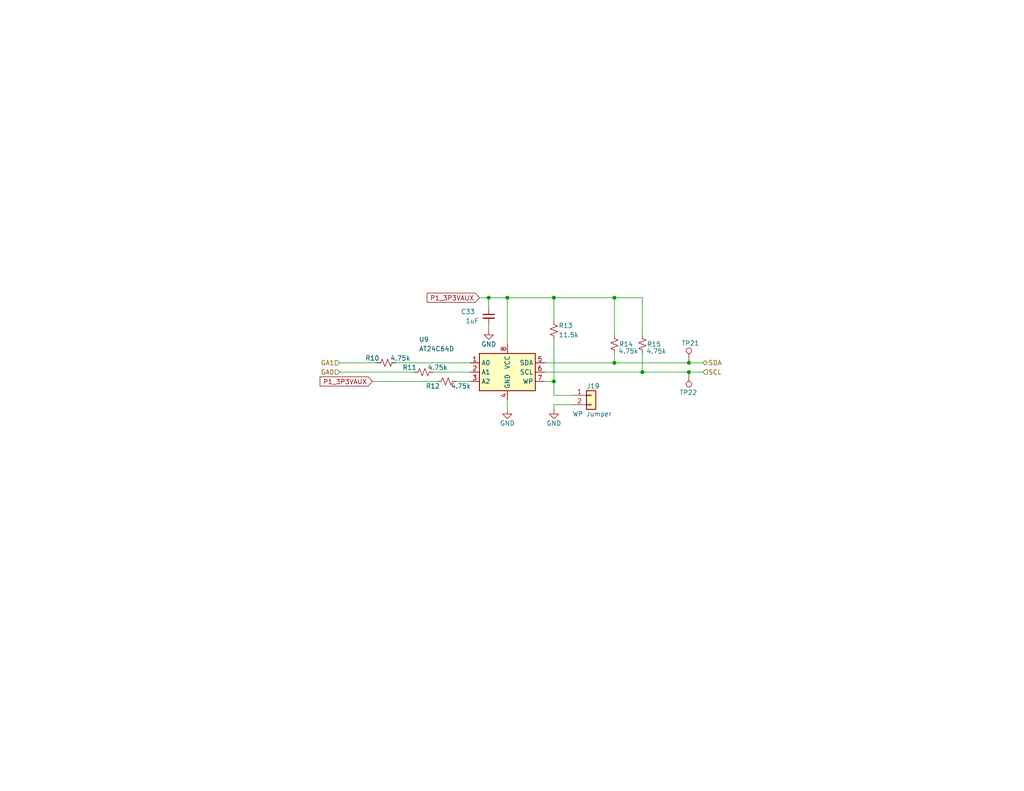
<source format=kicad_sch>
(kicad_sch (version 20250114) (generator "eeschema") (generator_version "9.0")
  (paper "USLetter")
  (title_block (title "RF Input FMC Board") (date "2025-10-16") (rev "0.2") (company "SPDX-FileCopyrightText: 2025 Osprey DCS") (comment 1 "SPDX-License-Identifier: CERN-OHL-S-2.0+"))
  (lib_symbols
    (symbol "Connector:TestPoint" (pin_numbers (hide yes)) (pin_names (offset 0.762) (hide yes))
      (property "Reference" "TP" (at 0 6.858 0))
      (property "Value" "TestPoint" (at 0 5.08 0))
      (symbol "TestPoint_0_1"
        (circle (center 0 3.302) (radius 0.762))
      )
      (symbol "TestPoint_1_1"
        (pin passive line (at 0 0 90) (length 2.54) (name "1") (number "1"))
      )
    )
    (symbol "Connector_Generic:Conn_01x02" (pin_names (offset 1.016) (hide yes))
      (property "Reference" "J" (at 0 2.54 0))
      (property "Value" "Conn_01x02" (at 0 -5.08 0))
      (symbol "Conn_01x02_1_1"
        (rectangle (start -1.27 1.27) (end 1.27 -3.81) (stroke (width 0.254)) (fill (type background)))
        (rectangle (start -1.27 0.127) (end 0 -0.127) (stroke (width 0.1524)))
        (rectangle (start -1.27 -2.413) (end 0 -2.667) (stroke (width 0.1524)))
        (pin passive line (at -5.08 0 0) (length 3.81) (name "Pin_1") (number "1"))
        (pin passive line (at -5.08 -2.54 0) (length 3.81) (name "Pin_2") (number "2"))
      )
    )
    (symbol "Device:C_Small" (pin_numbers (hide yes)) (pin_names (offset 0.254) (hide yes))
      (property "Reference" "C" (at 0.254 1.778 0))
      (property "Value" "C_Small" (at 0.254 -2.032 0))
      (symbol "C_Small_0_1"
        (polyline (pts (xy -1.524 0.508) (xy 1.524 0.508)) (stroke (width 0.3048)))
        (polyline (pts (xy -1.524 -0.508) (xy 1.524 -0.508)) (stroke (width 0.3302)))
      )
      (symbol "C_Small_1_1"
        (pin passive line (at 0 2.54 270) (length 2.032) (name "~") (number "1"))
        (pin passive line (at 0 -2.54 90) (length 2.032) (name "~") (number "2"))
      )
    )
    (symbol "Device:R_Small_US" (pin_numbers (hide yes)) (pin_names (offset 0.254) (hide yes))
      (property "Reference" "R" (at 0.762 0.508 0))
      (property "Value" "R_Small_US" (at 0.762 -1.016 0))
      (symbol "R_Small_US_1_1"
        (polyline (pts (xy 0 1.524) (xy 1.016 1.143) (xy 0 0.762) (xy -1.016 0.381) (xy 0 0)))
        (polyline (pts (xy 0 0) (xy 1.016 -0.381) (xy 0 -0.762) (xy -1.016 -1.143) (xy 0 -1.524)))
        (pin passive line (at 0 2.54 270) (length 1.016) (name "~") (number "1"))
        (pin passive line (at 0 -2.54 90) (length 1.016) (name "~") (number "2"))
      )
    )
    (symbol "Memory_EEPROM:AT24CS01-SSHM"
      (property "Reference" "U" (at -7.62 6.35 0))
      (property "Value" "AT24CS01-SSHM" (at 2.54 -6.35 0))
      (symbol "AT24CS01-SSHM_1_1"
        (rectangle (start -7.62 5.08) (end 7.62 -5.08) (stroke (width 0.254)) (fill (type background)))
        (pin input line (at -10.16 2.54 0) (length 2.54) (name "A0") (number "1"))
        (pin input line (at -10.16 0 0) (length 2.54) (name "A1") (number "2"))
        (pin input line (at -10.16 -2.54 0) (length 2.54) (name "A2") (number "3"))
        (pin power_in line (at 0 7.62 270) (length 2.54) (name "VCC") (number "8"))
        (pin power_in line (at 0 -7.62 90) (length 2.54) (name "GND") (number "4"))
        (pin bidirectional line (at 10.16 2.54 180) (length 2.54) (name "SDA") (number "5"))
        (pin input line (at 10.16 0 180) (length 2.54) (name "SCL") (number "6"))
        (pin input line (at 10.16 -2.54 180) (length 2.54) (name "WP") (number "7"))
      )
    )
    (symbol "power:GND" (power) (pin_numbers (hide yes)) (pin_names (offset 0) (hide yes))
      (property "Value" "GND" (at 0 -3.81 0))
      (symbol "GND_0_1"
        (polyline (pts (xy 0 0) (xy 0 -1.27) (xy 1.27 -1.27) (xy 0 -2.54) (xy -1.27 -1.27) (xy 0 -1.27)))
      )
      (symbol "GND_1_1"
        (pin power_in line (at 0 0 270) (length 0) (name "~") (number "1"))
      )
    )
  )
  (junction (at 187.96 99.06))
  (junction (at 167.64 99.06))
  (junction (at 187.96 101.6))
  (junction (at 138.43 81.28))
  (junction (at 151.13 81.28))
  (junction (at 167.64 81.28))
  (junction (at 151.13 104.14))
  (junction (at 133.35 81.28))
  (junction (at 175.26 101.6))
  (wire (pts (xy 107.95 99.06) (xy 128.27 99.06)))
  (wire (pts (xy 124.46 104.14) (xy 128.27 104.14)))
  (wire (pts (xy 138.43 81.28) (xy 151.13 81.28)))
  (wire (pts (xy 118.11 101.6) (xy 128.27 101.6)))
  (wire (pts (xy 138.43 109.22) (xy 138.43 111.76)))
  (wire (pts (xy 175.26 101.6) (xy 187.96 101.6)))
  (wire (pts (xy 187.96 99.06) (xy 191.77 99.06)))
  (wire (pts (xy 151.13 104.14) (xy 151.13 107.95)))
  (wire (pts (xy 148.59 101.6) (xy 175.26 101.6)))
  (wire (pts (xy 151.13 81.28) (xy 167.64 81.28)))
  (wire (pts (xy 151.13 81.28) (xy 151.13 87.63)))
  (wire (pts (xy 148.59 99.06) (xy 167.64 99.06)))
  (wire (pts (xy 167.64 96.52) (xy 167.64 99.06)))
  (wire (pts (xy 167.64 91.44) (xy 167.64 81.28)))
  (wire (pts (xy 151.13 92.71) (xy 151.13 104.14)))
  (wire (pts (xy 133.35 90.17) (xy 133.35 88.9)))
  (wire (pts (xy 101.6 104.14) (xy 119.38 104.14)))
  (wire (pts (xy 133.35 81.28) (xy 133.35 83.82)))
  (wire (pts (xy 130.81 81.28) (xy 133.35 81.28)))
  (wire (pts (xy 156.21 110.49) (xy 151.13 110.49)))
  (wire (pts (xy 148.59 104.14) (xy 151.13 104.14)))
  (wire (pts (xy 138.43 93.98) (xy 138.43 81.28)))
  (wire (pts (xy 175.26 81.28) (xy 167.64 81.28)))
  (wire (pts (xy 175.26 91.44) (xy 175.26 81.28)))
  (wire (pts (xy 167.64 99.06) (xy 187.96 99.06)))
  (wire (pts (xy 187.96 101.6) (xy 191.77 101.6)))
  (wire (pts (xy 133.35 81.28) (xy 138.43 81.28)))
  (wire (pts (xy 151.13 111.76) (xy 151.13 110.49)))
  (wire (pts (xy 92.71 101.6) (xy 113.03 101.6)))
  (wire (pts (xy 92.71 99.06) (xy 102.87 99.06)))
  (wire (pts (xy 151.13 107.95) (xy 156.21 107.95)))
  (wire (pts (xy 175.26 96.52) (xy 175.26 101.6)))
  (global_label "P1_3P3VAUX" (shape input) (at 130.81 81.28 180) (property "Intersheetrefs" "${INTERSHEET_REFS}" (at 116.0509 81.28 0) (effects (justify right))))
  (global_label "P1_3P3VAUX" (shape input) (at 101.6 104.14 180) (property "Intersheetrefs" "${INTERSHEET_REFS}" (at 86.7615 104.14 0) (effects (justify right))))
  (hierarchical_label "SDA" (shape bidirectional) (at 191.77 99.06 0))
  (hierarchical_label "GA0" (shape input) (at 92.71 101.6 180))
  (hierarchical_label "SCL" (shape input) (at 191.77 101.6 0))
  (hierarchical_label "GA1" (shape input) (at 92.71 99.06 180))
  (symbol (lib_id "Connector:TestPoint") (at 187.96 99.06 0) (unit 1) (in_bom no)
    (property "Reference" "TP21" (at 185.928 93.726 0) (effects (justify left)))
    (property "Value" "TestPoint" (effects (hide yes)))
    (property "Footprint" "TestPoint:TestPoint_Pad_D1.0mm" (effects (hide yes)))
    (property "Description" "test point" (effects (hide yes)))
  )
  (symbol (lib_id "Connector:TestPoint") (at 187.96 101.6 180) (unit 1) (in_bom no)
    (property "Reference" "TP22" (at 190.246 107.188 0) (effects (justify left)))
    (property "Value" "TestPoint" (effects (hide yes)))
    (property "Footprint" "TestPoint:TestPoint_Pad_D1.0mm" (effects (hide yes)))
    (property "Description" "test point" (effects (hide yes)))
  )
  (symbol (lib_id "Device:R_Small_US") (at 105.41 99.06 90) (unit 1)
    (property "Reference" "R10" (at 101.6 97.79 90))
    (property "Value" "4.75k" (at 109.22 97.79 90))
    (property "Footprint" "Resistor_SMD:R_0603_1608Metric" (effects (hide yes)))
    (property "Description" "RES 4.75K OHM 1% 1/10W 0603" (effects (hide yes)))
    (property "MPN" "RC0603FR-134K75L" (effects (hide yes)))
    (property "Manufacturer" "Yageo " (effects (hide yes)))
    (property "Supplier" "Digikey" (effects (hide yes)))
    (property "Supplier Part Number" "311-4.42KHRCT-ND" (effects (hide yes)))
  )
  (symbol (lib_id "Device:R_Small_US") (at 151.13 90.17 0) (unit 1)
    (property "Reference" "R13" (at 152.4 88.9 0) (effects (justify left)))
    (property "Value" "11.5k" (at 152.4 91.44 0) (effects (justify left)))
    (property "Footprint" "Resistor_SMD:R_0603_1608Metric" (effects (hide yes)))
    (property "Description" "RES 11.5K OHM 1% 1/10W 0603" (effects (hide yes)))
    (property "MPN" "RC0603FR-0711K5L" (effects (hide yes)))
    (property "Manufacturer" "Yageo " (effects (hide yes)))
    (property "Supplier" "Digikey" (effects (hide yes)))
    (property "Supplier Part Number" "311-11.5KHRCT-ND" (effects (hide yes)))
  )
  (symbol (lib_id "power:GND") (at 151.13 111.76 0) (unit 1)
    (property "Reference" "#PWR037" (effects (hide yes)))
    (property "Value" "GND" (at 151.13 115.57 0))
    (property "Description" "Power symbol creates a global label with name \"GND\" , ground" (effects (hide yes)))
  )
  (symbol (lib_id "Memory_EEPROM:AT24CS01-SSHM") (at 138.43 101.6 0) (unit 1)
    (property "Reference" "U9" (at 114.3 92.71 0) (effects (justify left)))
    (property "Value" "AT24C64D" (at 114.3 95.25 0) (effects (justify left)))
    (property "Footprint" "Package_SO:SOIC-8_3.9x4.9mm_P1.27mm" (effects (hide yes)))
    (property "Datasheet" "https://mm.digikey.com/Volume0/opasdata/d220001/medias/docus/6663/AT24C64D-UUM-T.pdf" (effects (hide yes)))
    (property "Description" "IC EEPROM 64KBIT I2C 1MHZ 8SOIC" (effects (hide yes)))
    (property "MPN" "AT24C64D-SSHM-T" (effects (hide yes)))
    (property "Manufacturer" "Microchip Technology" (effects (hide yes)))
    (property "Supplier" "Digikey" (effects (hide yes)))
    (property "Supplier Part Number" "AT24C64D-SSHM-TCT-ND" (effects (hide yes)))
  )
  (symbol (lib_id "Device:C_Small") (at 133.35 86.36 0) (unit 1)
    (property "Reference" "C33" (at 125.73 85.09 0) (effects (justify left)))
    (property "Value" "1uF" (at 127 87.63 0) (effects (justify left)))
    (property "Footprint" "Capacitor_SMD:C_0603_1608Metric" (effects (hide yes)))
    (property "Description" "CAP CER 1UF 25V X7R 0603" (effects (hide yes)))
    (property "MPN" "GCM188R71E105KA64D" (effects (hide yes)))
    (property "Manufacturer" "Murata Electronics" (effects (hide yes)))
    (property "Supplier" "Digikey" (effects (hide yes)))
    (property "Supplier Part Number" "490-10673-1-ND" (effects (hide yes)))
  )
  (symbol (lib_id "power:GND") (at 138.43 111.76 0) (unit 1)
    (property "Reference" "#PWR036" (effects (hide yes)))
    (property "Value" "GND" (at 138.43 115.57 0))
    (property "Description" "Power symbol creates a global label with name \"GND\" , ground" (effects (hide yes)))
  )
  (symbol (lib_id "Device:R_Small_US") (at 167.64 93.98 0) (unit 1)
    (property "Reference" "R14" (at 170.815 93.98 0))
    (property "Value" "4.75k" (at 171.45 95.885 0))
    (property "Footprint" "Resistor_SMD:R_0603_1608Metric" (effects (hide yes)))
    (property "Description" "RES 4.75K OHM 1% 1/10W 0603" (effects (hide yes)))
    (property "MPN" "RC0603FR-134K75L" (effects (hide yes)))
    (property "Manufacturer" "Yageo " (effects (hide yes)))
    (property "Supplier" "Digikey" (effects (hide yes)))
    (property "Supplier Part Number" "311-4.42KHRCT-ND" (effects (hide yes)))
  )
  (symbol (lib_id "Device:R_Small_US") (at 121.92 104.14 90) (unit 1)
    (property "Reference" "R12" (at 118.11 105.41 90))
    (property "Value" "4.75k" (at 125.73 105.41 90))
    (property "Footprint" "Resistor_SMD:R_0603_1608Metric" (effects (hide yes)))
    (property "Description" "RES 4.75K OHM 1% 1/10W 0603" (effects (hide yes)))
    (property "MPN" "RC0603FR-134K75L" (effects (hide yes)))
    (property "Manufacturer" "Yageo " (effects (hide yes)))
    (property "Supplier" "Digikey" (effects (hide yes)))
    (property "Supplier Part Number" "311-4.42KHRCT-ND" (effects (hide yes)))
  )
  (symbol (lib_id "Device:R_Small_US") (at 115.57 101.6 90) (unit 1)
    (property "Reference" "R11" (at 111.76 100.33 90))
    (property "Value" "4.75k" (at 119.38 100.33 90))
    (property "Footprint" "Resistor_SMD:R_0603_1608Metric" (effects (hide yes)))
    (property "Description" "RES 4.75K OHM 1% 1/10W 0603" (effects (hide yes)))
    (property "MPN" "RC0603FR-134K75L" (effects (hide yes)))
    (property "Manufacturer" "Yageo " (effects (hide yes)))
    (property "Supplier" "Digikey" (effects (hide yes)))
    (property "Supplier Part Number" "311-4.42KHRCT-ND" (effects (hide yes)))
  )
  (symbol (lib_id "Connector_Generic:Conn_01x02") (at 161.29 107.95 0) (unit 1)
    (property "Reference" "J19" (at 160.02 105.41 0) (effects (justify left)))
    (property "Value" "WP Jumper" (at 156.21 113.03 0) (effects (justify left)))
    (property "Footprint" "Connector_PinHeader_2.54mm:PinHeader_1x02_P2.54mm_Vertical" (effects (hide yes)))
    (property "Description" "CONN HEADER VERT 2POS 2.54MM" (effects (hide yes)))
    (property "MPN" "M20-9990245" (effects (hide yes)))
    (property "Manufacturer" "Harwin Inc." (effects (hide yes)))
    (property "Supplier" "Digikey" (effects (hide yes)))
    (property "Supplier Part Number" "952-2261-ND" (effects (hide yes)))
  )
  (symbol (lib_id "Device:R_Small_US") (at 175.26 93.98 0) (unit 1)
    (property "Reference" "R15" (at 178.435 93.98 0))
    (property "Value" "4.75k" (at 179.07 95.885 0))
    (property "Footprint" "Resistor_SMD:R_0603_1608Metric" (effects (hide yes)))
    (property "Description" "RES 4.75K OHM 1% 1/10W 0603" (effects (hide yes)))
    (property "MPN" "RC0603FR-134K75L" (effects (hide yes)))
    (property "Manufacturer" "Yageo " (effects (hide yes)))
    (property "Supplier" "Digikey" (effects (hide yes)))
    (property "Supplier Part Number" "311-4.42KHRCT-ND" (effects (hide yes)))
  )
  (symbol (lib_id "power:GND") (at 133.35 90.17 0) (unit 1)
    (property "Reference" "#PWR035" (effects (hide yes)))
    (property "Value" "GND" (at 133.35 93.98 0))
    (property "Description" "Power symbol creates a global label with name \"GND\" , ground" (effects (hide yes)))
  )
)
</source>
